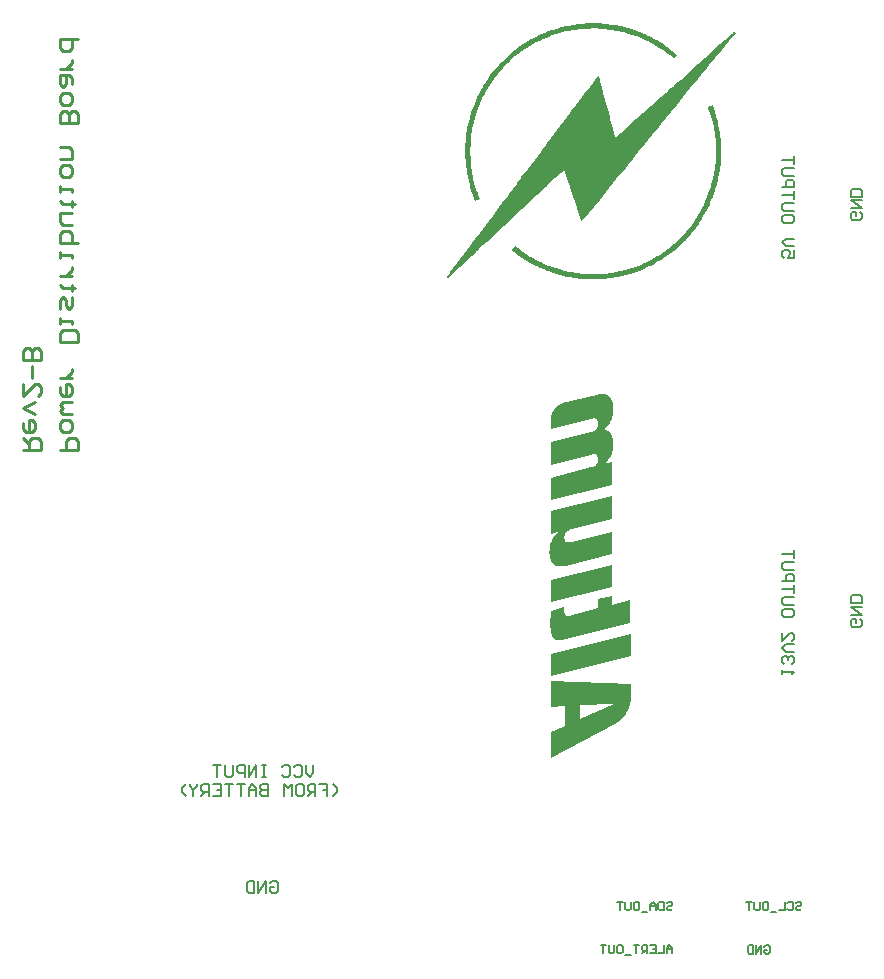
<source format=gbo>
G04*
G04 #@! TF.GenerationSoftware,Altium Limited,Altium Designer,18.1.11 (251)*
G04*
G04 Layer_Color=32896*
%FSLAX25Y25*%
%MOIN*%
G70*
G01*
G75*
%ADD12C,0.00787*%
%ADD13C,0.01000*%
%ADD16C,0.00591*%
%ADD85C,0.00669*%
G36*
X298277Y350330D02*
X298550D01*
X298756D01*
X298824D01*
X298892D01*
X300191Y350261D01*
X301421Y350125D01*
X302583Y349920D01*
X303608Y349783D01*
X304497Y349646D01*
X305112Y349510D01*
X305385Y349441D01*
X305591D01*
X305659Y349373D01*
X305727D01*
X307026Y349099D01*
X308256Y348758D01*
X309418Y348348D01*
X310443Y348006D01*
X311263Y347732D01*
X311947Y347459D01*
X312357Y347322D01*
X312425Y347254D01*
X312494D01*
X313724Y346776D01*
X314886Y346229D01*
X315980Y345682D01*
X316937Y345135D01*
X317757Y344725D01*
X318304Y344383D01*
X318714Y344110D01*
X318850Y344042D01*
X320012Y343358D01*
X321038Y342606D01*
X321994Y341923D01*
X322883Y341239D01*
X323567Y340692D01*
X324113Y340214D01*
X324455Y339941D01*
X324592Y339804D01*
X323567Y338505D01*
X322610Y339325D01*
X321584Y340146D01*
X320696Y340829D01*
X319807Y341444D01*
X319124Y341923D01*
X318509Y342265D01*
X318167Y342538D01*
X318098Y342606D01*
X318030D01*
X315843Y343836D01*
X314818Y344383D01*
X313861Y344862D01*
X313109Y345203D01*
X312494Y345545D01*
X312084Y345682D01*
X312015Y345750D01*
X311947D01*
X310717Y346160D01*
X309555Y346570D01*
X308461Y346912D01*
X307436Y347186D01*
X306616Y347391D01*
X305932Y347527D01*
X305522Y347664D01*
X305454D01*
X305385D01*
X304155Y347937D01*
X302993Y348143D01*
X301831Y348279D01*
X300874Y348416D01*
X299986Y348553D01*
X299302D01*
X299097Y348621D01*
X298892D01*
X298824D01*
X298756D01*
X297457Y348689D01*
X296227D01*
X295065Y348621D01*
X293971D01*
X293151Y348553D01*
X292467Y348484D01*
X292194D01*
X291989Y348416D01*
X291920D01*
X291852D01*
X290622Y348279D01*
X289391Y348074D01*
X288298Y347869D01*
X287273Y347664D01*
X286453Y347459D01*
X285769Y347322D01*
X285359Y347254D01*
X285291Y347186D01*
X285222D01*
X283992Y346776D01*
X282762Y346297D01*
X281668Y345887D01*
X280711Y345477D01*
X279822Y345067D01*
X279207Y344793D01*
X278797Y344588D01*
X278729Y344520D01*
X278661D01*
X277499Y343973D01*
X276405Y343358D01*
X275380Y342743D01*
X274491Y342196D01*
X273739Y341718D01*
X273124Y341376D01*
X272782Y341103D01*
X272646Y341034D01*
X271552Y340214D01*
X270527Y339394D01*
X269570Y338642D01*
X268818Y337890D01*
X268135Y337275D01*
X267588Y336728D01*
X267315Y336455D01*
X267178Y336318D01*
X266289Y335361D01*
X265469Y334404D01*
X264717Y333516D01*
X264034Y332696D01*
X263487Y331944D01*
X263077Y331397D01*
X262803Y331055D01*
X262735Y330918D01*
X261368Y328800D01*
X260821Y327774D01*
X260343Y326886D01*
X259864Y326134D01*
X259591Y325519D01*
X259386Y325109D01*
X259317Y325040D01*
Y324972D01*
X258361Y322716D01*
X257950Y321623D01*
X257677Y320666D01*
X257404Y319846D01*
X257199Y319162D01*
X257130Y318752D01*
X257062Y318684D01*
Y318615D01*
X256720Y317385D01*
X256447Y316223D01*
X256242Y315061D01*
X256037Y314104D01*
X255900Y313216D01*
X255832Y312532D01*
Y312327D01*
X255763Y312122D01*
Y311985D01*
X255695Y310755D01*
X255627Y309525D01*
X255558Y308363D01*
Y306449D01*
X255627Y305766D01*
Y305150D01*
X255695Y303852D01*
X255832Y302622D01*
X256037Y301528D01*
X256173Y300503D01*
X256310Y299614D01*
X256447Y298931D01*
X256515Y298726D01*
X256583Y298520D01*
Y298384D01*
X256925Y297153D01*
X257267Y295991D01*
X257609Y294898D01*
X257950Y293941D01*
X258224Y293053D01*
X258497Y292437D01*
X258634Y292027D01*
X258702Y291959D01*
Y291891D01*
X257130Y291207D01*
X256242Y293668D01*
X255900Y294761D01*
X255558Y295855D01*
X255353Y296675D01*
X255148Y297358D01*
X255080Y297632D01*
Y297837D01*
X255012Y297905D01*
Y297974D01*
X254738Y299272D01*
X254533Y300571D01*
X254328Y301801D01*
X254191Y302895D01*
X254123Y303783D01*
X254055Y304467D01*
X253986Y304740D01*
Y305082D01*
X253918Y305560D01*
X253850Y305971D01*
Y307679D01*
X253918Y309798D01*
X253986Y310755D01*
X254055Y311644D01*
X254123Y312396D01*
X254191Y312942D01*
X254260Y313284D01*
Y313421D01*
X254396Y314514D01*
X254601Y315540D01*
X254806Y316496D01*
X255012Y317317D01*
X255148Y318069D01*
X255285Y318615D01*
X255422Y318957D01*
Y319094D01*
X255832Y320324D01*
X256242Y321554D01*
X256652Y322648D01*
X256994Y323605D01*
X257335Y324494D01*
X257609Y325109D01*
X257814Y325519D01*
X257882Y325587D01*
Y325655D01*
X258497Y326886D01*
X259044Y328048D01*
X259659Y329073D01*
X260206Y330030D01*
X260684Y330782D01*
X261026Y331397D01*
X261300Y331739D01*
X261368Y331875D01*
X262188Y332969D01*
X262940Y333994D01*
X263760Y334951D01*
X264444Y335840D01*
X265059Y336523D01*
X265606Y337001D01*
X265879Y337343D01*
X266016Y337480D01*
X266973Y338437D01*
X267998Y339394D01*
X268886Y340214D01*
X269775Y340966D01*
X270459Y341581D01*
X271074Y341991D01*
X271415Y342333D01*
X271552Y342401D01*
X273876Y343836D01*
X274901Y344452D01*
X275858Y344999D01*
X276678Y345477D01*
X277362Y345819D01*
X277772Y346024D01*
X277840Y346092D01*
X277909D01*
X279139Y346707D01*
X280369Y347186D01*
X281531Y347664D01*
X282557Y348006D01*
X283445Y348279D01*
X284129Y348484D01*
X284402Y348621D01*
X284607D01*
X284675Y348689D01*
X284744D01*
X286042Y349031D01*
X287273Y349305D01*
X288435Y349578D01*
X289460Y349715D01*
X290348Y349851D01*
X291032Y349988D01*
X291305D01*
X291510Y350056D01*
X291579D01*
X291647D01*
X293014Y350193D01*
X294313Y350330D01*
X295475D01*
X296637Y350398D01*
X297525D01*
X298277Y350330D01*
D02*
G37*
G36*
X343730Y347459D02*
X343798Y347391D01*
X343935Y347322D01*
X344003Y347254D01*
X341679Y344315D01*
X339355Y341513D01*
X337168Y338847D01*
X336211Y337685D01*
X335254Y336523D01*
X334366Y335430D01*
X333614Y334473D01*
X332930Y333652D01*
X332315Y332969D01*
X331837Y332354D01*
X331495Y331944D01*
X331290Y331670D01*
X331222Y331602D01*
X328830Y328663D01*
X326506Y325861D01*
X324318Y323195D01*
X323361Y322033D01*
X322405Y320871D01*
X321516Y319777D01*
X320764Y318820D01*
X320081Y318000D01*
X319465Y317317D01*
X318987Y316702D01*
X318645Y316291D01*
X318440Y316018D01*
X318372Y315950D01*
X315980Y313011D01*
X313724Y310140D01*
X312562Y308773D01*
X311537Y307474D01*
X310512Y306244D01*
X309623Y305082D01*
X308735Y304057D01*
X307983Y303100D01*
X307299Y302211D01*
X306684Y301528D01*
X306206Y300913D01*
X305864Y300503D01*
X305659Y300229D01*
X305591Y300161D01*
X303198Y297153D01*
X300874Y294283D01*
X299712Y292916D01*
X298687Y291617D01*
X297662Y290387D01*
X296705Y289225D01*
X295816Y288200D01*
X294996Y287243D01*
X294313Y286354D01*
X293766Y285671D01*
X293287Y285055D01*
X292877Y284645D01*
X292672Y284372D01*
X292604Y284304D01*
X292057Y285876D01*
X291579Y287448D01*
X291100Y288883D01*
X290622Y290182D01*
X290280Y291275D01*
X290143Y291754D01*
X290007Y292096D01*
X289870Y292437D01*
X289802Y292642D01*
X289733Y292779D01*
Y292847D01*
X289187Y294420D01*
X288708Y295991D01*
X288230Y297427D01*
X287751Y298726D01*
X287409Y299819D01*
X287273Y300298D01*
X287136Y300639D01*
X286999Y300981D01*
X286931Y301186D01*
X286863Y301323D01*
Y301391D01*
X285632Y300434D01*
X285017Y299956D01*
X284539Y299546D01*
X284129Y299204D01*
X283855Y298931D01*
X283650Y298726D01*
X283582Y298657D01*
X282557Y297632D01*
X281600Y296743D01*
X281258Y296402D01*
X280984Y296128D01*
X280779Y295923D01*
X280711Y295855D01*
X279276Y294556D01*
X277840Y293257D01*
X276542Y292027D01*
X275380Y290934D01*
X274355Y289977D01*
X273944Y289567D01*
X273603Y289225D01*
X273329Y288951D01*
X273124Y288746D01*
X272988Y288678D01*
X272919Y288610D01*
X271484Y287311D01*
X270117Y286012D01*
X268818Y284782D01*
X267656Y283688D01*
X266631Y282800D01*
X265879Y282048D01*
X265606Y281775D01*
X265401Y281570D01*
X265264Y281501D01*
X265196Y281433D01*
X263760Y280134D01*
X262325Y278836D01*
X261026Y277605D01*
X259864Y276512D01*
X258839Y275623D01*
X258429Y275213D01*
X258087Y274871D01*
X257814Y274598D01*
X257609Y274393D01*
X257472Y274325D01*
X257404Y274256D01*
X255968Y272889D01*
X254601Y271591D01*
X253303Y270360D01*
X252141Y269267D01*
X251115Y268378D01*
X250364Y267626D01*
X250090Y267353D01*
X249885Y267148D01*
X249748Y267079D01*
X249680Y267011D01*
X249407Y266669D01*
X249202Y266328D01*
X248997Y266123D01*
X248928Y265986D01*
X248723Y265781D01*
X248587Y265644D01*
X248245Y265576D01*
X247971D01*
X247903D01*
X247766Y265644D01*
X247698Y265781D01*
X247766Y266054D01*
X247971Y266328D01*
X248040Y266396D01*
X248450Y266806D01*
X248723Y267216D01*
X248860Y267490D01*
X248928Y267558D01*
X251115Y270497D01*
X253303Y273299D01*
X255285Y275965D01*
X256242Y277195D01*
X257062Y278357D01*
X257882Y279382D01*
X258634Y280339D01*
X259249Y281228D01*
X259796Y281911D01*
X260206Y282527D01*
X260548Y282937D01*
X260753Y283210D01*
X260821Y283278D01*
X263008Y286217D01*
X265127Y289020D01*
X266153Y290387D01*
X267109Y291686D01*
X267998Y292916D01*
X268886Y294078D01*
X269707Y295171D01*
X270390Y296128D01*
X271005Y296948D01*
X271552Y297632D01*
X271962Y298247D01*
X272304Y298657D01*
X272509Y298931D01*
X272577Y298999D01*
X274833Y301938D01*
X276952Y304809D01*
X277977Y306176D01*
X279002Y307474D01*
X279891Y308705D01*
X280779Y309867D01*
X281600Y310960D01*
X282283Y311917D01*
X282898Y312737D01*
X283445Y313421D01*
X283924Y314036D01*
X284197Y314446D01*
X284402Y314719D01*
X284470Y314788D01*
X286658Y317727D01*
X288845Y320598D01*
X289870Y321965D01*
X290827Y323263D01*
X291784Y324494D01*
X292672Y325655D01*
X293424Y326681D01*
X294176Y327638D01*
X294791Y328526D01*
X295338Y329210D01*
X295748Y329825D01*
X296090Y330235D01*
X296295Y330508D01*
X296363Y330577D01*
X296705Y330987D01*
X296978Y331329D01*
X297183Y331602D01*
X297252Y331670D01*
X297593Y332149D01*
X297935Y332559D01*
X298209Y332901D01*
X298277Y333037D01*
X298824Y331055D01*
X299302Y329210D01*
X299781Y327432D01*
X300191Y325861D01*
X300396Y325109D01*
X300601Y324494D01*
X300738Y323947D01*
X300874Y323468D01*
X300943Y323127D01*
X301011Y322785D01*
X301079Y322648D01*
Y322580D01*
X301626Y320666D01*
X302105Y318752D01*
X302583Y317043D01*
X302993Y315471D01*
X303198Y314719D01*
X303403Y314104D01*
X303540Y313558D01*
X303677Y313079D01*
X303745Y312737D01*
X303813Y312396D01*
X303882Y312259D01*
Y312191D01*
X305727Y313831D01*
X307573Y315471D01*
X309213Y316975D01*
X310717Y318342D01*
X311400Y318957D01*
X312015Y319504D01*
X312562Y319982D01*
X312972Y320392D01*
X313382Y320734D01*
X313656Y320939D01*
X313792Y321076D01*
X313861Y321144D01*
X315706Y322785D01*
X317483Y324357D01*
X319192Y325861D01*
X320696Y327227D01*
X321379Y327774D01*
X321926Y328321D01*
X322473Y328800D01*
X322951Y329210D01*
X323293Y329551D01*
X323567Y329756D01*
X323703Y329893D01*
X323772Y329961D01*
X325617Y331602D01*
X327394Y333242D01*
X329103Y334746D01*
X330607Y336045D01*
X331290Y336660D01*
X331837Y337207D01*
X332384Y337685D01*
X332862Y338095D01*
X333204Y338437D01*
X333477Y338642D01*
X333614Y338779D01*
X333682Y338847D01*
X335528Y340487D01*
X337236Y341991D01*
X338877Y343495D01*
X340381Y344793D01*
X341064Y345409D01*
X341679Y345887D01*
X342158Y346365D01*
X342636Y346776D01*
X342978Y347117D01*
X343251Y347322D01*
X343388Y347459D01*
X343456Y347527D01*
X343730Y347459D01*
D02*
G37*
G36*
X337168Y320666D02*
X337510Y319572D01*
X337783Y318547D01*
X337988Y317658D01*
X338125Y316975D01*
X338193Y316702D01*
X338262Y316496D01*
Y316360D01*
X338535Y315061D01*
X338740Y313831D01*
X338877Y312669D01*
X339014Y311644D01*
X339082Y310755D01*
X339150Y310140D01*
Y309525D01*
X339219Y308226D01*
Y306996D01*
X339150Y305766D01*
X339082Y304740D01*
X339014Y303852D01*
X338945Y303168D01*
Y302895D01*
X338877Y302690D01*
Y302553D01*
X338672Y301255D01*
X338467Y300093D01*
X338262Y298931D01*
X338057Y297905D01*
X337852Y297085D01*
X337647Y296402D01*
X337578Y295991D01*
X337510Y295923D01*
Y295855D01*
X337100Y294624D01*
X336758Y293394D01*
X336280Y292301D01*
X335938Y291344D01*
X335596Y290455D01*
X335323Y289840D01*
X335118Y289430D01*
X335049Y289362D01*
Y289293D01*
X334503Y288131D01*
X333887Y287038D01*
X333272Y286012D01*
X332725Y285124D01*
X332247Y284372D01*
X331905Y283757D01*
X331632Y283415D01*
X331563Y283278D01*
X330743Y282253D01*
X329923Y281228D01*
X329171Y280271D01*
X328419Y279451D01*
X327804Y278767D01*
X327326Y278289D01*
X327052Y277947D01*
X326916Y277810D01*
X325959Y276853D01*
X325002Y275965D01*
X324113Y275213D01*
X323293Y274461D01*
X322541Y273915D01*
X321926Y273436D01*
X321584Y273163D01*
X321516Y273094D01*
X321448D01*
X320286Y272342D01*
X319192Y271591D01*
X318167Y270975D01*
X317210Y270429D01*
X316390Y269950D01*
X315775Y269608D01*
X315365Y269403D01*
X315296Y269335D01*
X315228D01*
X312836Y268241D01*
X311742Y267831D01*
X310717Y267421D01*
X309828Y267148D01*
X309213Y266943D01*
X308940Y266874D01*
X308735Y266806D01*
X308666Y266738D01*
X308598D01*
X307299Y266396D01*
X306069Y266123D01*
X304907Y265917D01*
X303882Y265712D01*
X302993Y265576D01*
X302310Y265439D01*
X302036D01*
X301831Y265371D01*
X301763D01*
X301694D01*
X300396Y265234D01*
X299166Y265166D01*
X298004Y265097D01*
X296978D01*
X296090D01*
X295406D01*
X295133D01*
X294928D01*
X294860D01*
X294791D01*
X293493Y265166D01*
X292194Y265234D01*
X291032Y265371D01*
X290007Y265507D01*
X289118Y265644D01*
X288503Y265712D01*
X288230Y265781D01*
X288024Y265849D01*
X287956D01*
X287888D01*
X286658Y266123D01*
X285427Y266464D01*
X284334Y266806D01*
X283308Y267148D01*
X282488Y267421D01*
X281805Y267695D01*
X281395Y267831D01*
X281326Y267900D01*
X281258D01*
X280028Y268378D01*
X278866Y268857D01*
X277840Y269403D01*
X276884Y269813D01*
X276063Y270224D01*
X275517Y270565D01*
X275106Y270770D01*
X275038Y270839D01*
X274970D01*
X273876Y271522D01*
X272782Y272206D01*
X271826Y272889D01*
X271005Y273504D01*
X270253Y274051D01*
X269707Y274461D01*
X269365Y274803D01*
X269228Y274871D01*
X270322Y276170D01*
X271279Y275418D01*
X272304Y274666D01*
X273193Y274051D01*
X274081Y273436D01*
X274765Y273026D01*
X275380Y272616D01*
X275722Y272411D01*
X275858Y272342D01*
X278045Y271181D01*
X279071Y270634D01*
X280028Y270224D01*
X280779Y269882D01*
X281395Y269608D01*
X281805Y269472D01*
X281941Y269403D01*
X284265Y268652D01*
X285291Y268310D01*
X286247Y268036D01*
X287068Y267831D01*
X287751Y267695D01*
X288161Y267558D01*
X288230D01*
X288298D01*
X289528Y267353D01*
X290690Y267148D01*
X291784Y267011D01*
X292809Y266943D01*
X293629Y266806D01*
X294244D01*
X294654Y266738D01*
X294723D01*
X294791D01*
X296090D01*
X297252D01*
X298414D01*
X299439Y266806D01*
X300259Y266874D01*
X300943Y266943D01*
X301353Y267011D01*
X301421D01*
X301489D01*
X302720Y267216D01*
X303950Y267421D01*
X305044Y267626D01*
X306069Y267831D01*
X306889Y268036D01*
X307573Y268241D01*
X307983Y268310D01*
X308051Y268378D01*
X308119D01*
X309350Y268788D01*
X310443Y269198D01*
X311537Y269608D01*
X312494Y269950D01*
X313314Y270292D01*
X313929Y270565D01*
X314339Y270770D01*
X314476Y270839D01*
X315638Y271454D01*
X316732Y272069D01*
X317757Y272684D01*
X318645Y273231D01*
X319397Y273709D01*
X320012Y274051D01*
X320354Y274325D01*
X320491Y274393D01*
X321516Y275213D01*
X322473Y276033D01*
X323361Y276785D01*
X324113Y277469D01*
X324797Y278084D01*
X325275Y278562D01*
X325549Y278836D01*
X325685Y278972D01*
X326574Y279929D01*
X327463Y280818D01*
X328214Y281706D01*
X328898Y282527D01*
X329445Y283210D01*
X329855Y283757D01*
X330128Y284099D01*
X330196Y284235D01*
X331495Y286354D01*
X332042Y287311D01*
X332520Y288200D01*
X332930Y288951D01*
X333204Y289567D01*
X333409Y289908D01*
X333477Y290045D01*
X334434Y292301D01*
X334844Y293326D01*
X335186Y294351D01*
X335459Y295171D01*
X335733Y295786D01*
X335801Y296197D01*
X335870Y296265D01*
Y296333D01*
X336485Y298657D01*
X336690Y299751D01*
X336895Y300708D01*
X337032Y301528D01*
X337100Y302211D01*
X337168Y302622D01*
Y302758D01*
X337305Y303989D01*
X337373Y305150D01*
X337442Y306312D01*
X337510Y307338D01*
Y309388D01*
X337442Y310618D01*
X337305Y311849D01*
X337168Y312942D01*
X336963Y313968D01*
X336826Y314788D01*
X336758Y315471D01*
X336621Y315881D01*
Y316018D01*
X336348Y317248D01*
X336006Y318410D01*
X335733Y319504D01*
X335391Y320461D01*
X335118Y321281D01*
X334913Y321896D01*
X334776Y322306D01*
X334708Y322443D01*
X336348Y323127D01*
X337168Y320666D01*
D02*
G37*
G36*
X300376Y226758D02*
X300395D01*
X300433D01*
X300490Y226739D01*
X300567Y226719D01*
X300758Y226662D01*
X301007Y226586D01*
X301275Y226471D01*
X301561Y226318D01*
X301849Y226127D01*
X302097Y225878D01*
X302116Y225839D01*
X302193Y225744D01*
X302289Y225591D01*
X302422Y225380D01*
X302556Y225113D01*
X302690Y224806D01*
X302824Y224481D01*
X302939Y224099D01*
Y224080D01*
X302958Y224060D01*
Y224003D01*
X302977Y223926D01*
X302996Y223812D01*
X303015Y223697D01*
X303073Y223410D01*
X303130Y223066D01*
X303169Y222664D01*
X303188Y222224D01*
X303207Y221746D01*
Y221401D01*
X303188Y221172D01*
X303169Y220904D01*
X303130Y220598D01*
X303015Y219948D01*
Y219909D01*
X302977Y219794D01*
X302939Y219622D01*
X302882Y219412D01*
X302805Y219144D01*
X302729Y218857D01*
X302614Y218551D01*
X302499Y218226D01*
Y218207D01*
X302480Y218187D01*
X302442Y218073D01*
X302365Y217901D01*
X302250Y217671D01*
X302116Y217403D01*
X301944Y217116D01*
X301753Y216810D01*
X301542Y216504D01*
X301523Y216466D01*
X301428Y216370D01*
X301313Y216217D01*
X301141Y216026D01*
X300930Y215796D01*
X300682Y215567D01*
X300395Y215299D01*
X300089Y215050D01*
X300127D01*
X300222Y215012D01*
X300356Y214974D01*
X300548Y214916D01*
X300758Y214840D01*
X300988Y214763D01*
X301447Y214534D01*
X301466Y214515D01*
X301542Y214476D01*
X301657Y214400D01*
X301791Y214285D01*
X301944Y214151D01*
X302116Y213998D01*
X302289Y213807D01*
X302442Y213596D01*
X302461Y213577D01*
X302499Y213481D01*
X302575Y213367D01*
X302652Y213195D01*
X302748Y212965D01*
X302843Y212716D01*
X302939Y212429D01*
X303015Y212104D01*
Y212066D01*
X303054Y211951D01*
X303073Y211760D01*
X303111Y211511D01*
X303149Y211205D01*
X303169Y210861D01*
X303207Y210459D01*
Y209809D01*
X303188Y209675D01*
Y209483D01*
X303169Y209273D01*
X303149Y209043D01*
X303111Y208776D01*
X303015Y208202D01*
X302882Y207590D01*
X302690Y206939D01*
X302442Y206327D01*
Y206308D01*
X302403Y206250D01*
X302365Y206174D01*
X302308Y206059D01*
X302231Y205925D01*
X302135Y205753D01*
X302021Y205581D01*
X301887Y205370D01*
X301561Y204949D01*
X301179Y204471D01*
X300720Y204012D01*
X300184Y203553D01*
Y203477D01*
X302633Y204070D01*
Y196456D01*
X282451Y191405D01*
Y198924D01*
X295784Y202291D01*
X295803D01*
X295842Y202310D01*
X295899Y202329D01*
X295976Y202348D01*
X296205Y202424D01*
X296454Y202539D01*
X296760Y202673D01*
X297047Y202845D01*
X297334Y203056D01*
X297583Y203304D01*
X297602Y203343D01*
X297678Y203438D01*
X297774Y203591D01*
X297889Y203802D01*
X297984Y204050D01*
X298080Y204357D01*
X298156Y204701D01*
X298176Y205083D01*
Y205256D01*
X298137Y205447D01*
X298099Y205677D01*
X298023Y205925D01*
X297927Y206174D01*
X297774Y206384D01*
X297583Y206557D01*
X297563Y206576D01*
X297468Y206614D01*
X297334Y206652D01*
X297123Y206710D01*
X296875Y206729D01*
X296550D01*
X296186Y206690D01*
X295746Y206595D01*
X282451Y203266D01*
Y210784D01*
X295784Y214132D01*
X295803D01*
X295842Y214151D01*
X295899Y214170D01*
X295976Y214189D01*
X296205Y214266D01*
X296454Y214381D01*
X296760Y214534D01*
X297047Y214706D01*
X297334Y214916D01*
X297583Y215165D01*
X297602Y215203D01*
X297678Y215299D01*
X297774Y215452D01*
X297889Y215662D01*
X297984Y215930D01*
X298080Y216236D01*
X298156Y216600D01*
X298176Y217002D01*
Y217174D01*
X298137Y217365D01*
X298099Y217595D01*
X298023Y217843D01*
X297927Y218092D01*
X297774Y218302D01*
X297583Y218475D01*
X297563Y218494D01*
X297468Y218532D01*
X297334Y218570D01*
X297143Y218628D01*
X296875Y218647D01*
X296569D01*
X296205Y218608D01*
X295784Y218513D01*
X282451Y215184D01*
Y218685D01*
X282470Y218819D01*
X282489Y218972D01*
X282508Y219163D01*
X282546Y219354D01*
X282585Y219584D01*
X282699Y220081D01*
X282891Y220636D01*
X283005Y220923D01*
X283139Y221210D01*
X283312Y221478D01*
X283484Y221765D01*
X283503Y221784D01*
X283541Y221822D01*
X283598Y221899D01*
X283675Y222013D01*
X283771Y222128D01*
X283905Y222262D01*
X284038Y222415D01*
X284211Y222568D01*
X284593Y222874D01*
X285033Y223200D01*
X285550Y223467D01*
X285837Y223563D01*
X286124Y223659D01*
X297678Y226547D01*
X297697D01*
X297755Y226566D01*
X297831Y226586D01*
X297946Y226605D01*
X298080Y226624D01*
X298233Y226662D01*
X298616Y226719D01*
X299036Y226777D01*
X299496Y226796D01*
X299936D01*
X300376Y226758D01*
D02*
G37*
G36*
X302633Y185207D02*
X289299Y181841D01*
X289280D01*
X289242Y181821D01*
X289184Y181802D01*
X289108Y181783D01*
X288878Y181707D01*
X288611Y181611D01*
X288304Y181477D01*
X288018Y181286D01*
X287711Y181075D01*
X287463Y180827D01*
X287444Y180788D01*
X287367Y180693D01*
X287271Y180540D01*
X287176Y180329D01*
X287061Y180080D01*
X286965Y179774D01*
X286889Y179411D01*
X286870Y179028D01*
Y178933D01*
X286889Y178856D01*
X286908Y178684D01*
X286946Y178454D01*
X287023Y178225D01*
X287118Y177976D01*
X287271Y177766D01*
X287463Y177594D01*
X287501Y177575D01*
X287578Y177536D01*
X287731Y177498D01*
X287922Y177441D01*
X288190Y177421D01*
X288496Y177402D01*
X288878Y177441D01*
X289299Y177536D01*
X302633Y180884D01*
Y173347D01*
X287348Y169521D01*
X287329D01*
X287271Y169502D01*
X287195Y169483D01*
X287080Y169463D01*
X286946Y169444D01*
X286793Y169406D01*
X286430Y169368D01*
X286009Y169310D01*
X285550Y169291D01*
X285110D01*
X284689Y169330D01*
X284670D01*
X284651Y169349D01*
X284593D01*
X284517Y169368D01*
X284325Y169425D01*
X284077Y169521D01*
X283828Y169655D01*
X283560Y169808D01*
X283292Y170018D01*
X283063Y170286D01*
X283044Y170324D01*
X282967Y170401D01*
X282852Y170554D01*
X282738Y170764D01*
X282585Y170994D01*
X282451Y171281D01*
X282317Y171606D01*
X282202Y171969D01*
Y171989D01*
X282183Y172008D01*
Y172065D01*
X282164Y172142D01*
X282145Y172237D01*
X282106Y172352D01*
X282068Y172639D01*
X282011Y172964D01*
X281972Y173366D01*
X281934Y173806D01*
Y174476D01*
X281953Y174628D01*
Y174801D01*
X281972Y175011D01*
X281992Y175260D01*
X282030Y175508D01*
X282106Y176063D01*
X282240Y176675D01*
X282412Y177307D01*
X282661Y177919D01*
Y177938D01*
X282699Y177995D01*
X282738Y178072D01*
X282795Y178187D01*
X282872Y178321D01*
X282967Y178493D01*
X283082Y178665D01*
X283216Y178856D01*
X283522Y179296D01*
X283905Y179755D01*
X284345Y180215D01*
X284861Y180654D01*
Y180769D01*
X282432Y180176D01*
Y187675D01*
X302633Y192745D01*
Y185207D01*
D02*
G37*
G36*
Y162366D02*
X282432Y157335D01*
Y164853D01*
X302633Y169922D01*
Y162366D01*
D02*
G37*
G36*
Y156455D02*
X308831Y158062D01*
Y150525D01*
X287329Y145092D01*
X287310D01*
X287252Y145073D01*
X287176Y145054D01*
X287061Y145034D01*
X286908Y144996D01*
X286755Y144958D01*
X286372Y144901D01*
X285951Y144824D01*
X285492Y144786D01*
X285052Y144767D01*
X284631Y144786D01*
X284612D01*
X284593D01*
X284536Y144805D01*
X284459Y144824D01*
X284287Y144862D01*
X284058Y144939D01*
X283809Y145054D01*
X283560Y145187D01*
X283331Y145379D01*
X283120Y145608D01*
X283101Y145647D01*
X283044Y145723D01*
X282967Y145857D01*
X282872Y146067D01*
X282757Y146316D01*
X282642Y146603D01*
X282527Y146967D01*
X282432Y147368D01*
Y147426D01*
X282412Y147483D01*
X282393Y147579D01*
X282374Y147694D01*
X282355Y147827D01*
X282336Y148000D01*
X282317Y148172D01*
X282298Y148382D01*
X282278Y148593D01*
X282259Y149090D01*
X282240Y149664D01*
Y150907D01*
X282259Y151213D01*
Y151921D01*
X282278Y152323D01*
Y152514D01*
X282298Y152610D01*
Y152725D01*
X282317Y153012D01*
X282336Y153337D01*
X282355Y153719D01*
X282393Y154121D01*
X282432Y154542D01*
X286908Y155671D01*
Y154255D01*
X286927Y154083D01*
X286946Y153892D01*
X286984Y153681D01*
X287042Y153452D01*
X287138Y153260D01*
X287271Y153088D01*
X287291Y153069D01*
X287348Y153031D01*
X287444Y152973D01*
X287578Y152935D01*
X287750Y152878D01*
X287941Y152859D01*
X288190Y152878D01*
X288477Y152935D01*
X298118Y155326D01*
Y158464D01*
X302633Y159592D01*
Y156455D01*
D02*
G37*
G36*
X309099Y139429D02*
X282432Y132715D01*
Y140252D01*
X309099Y146947D01*
Y139429D01*
D02*
G37*
G36*
Y130132D02*
Y125522D01*
X309080Y125407D01*
Y125292D01*
X309061Y125139D01*
X309041Y124967D01*
X309022Y124776D01*
X308965Y124374D01*
X308888Y123915D01*
X308793Y123437D01*
X308659Y122958D01*
Y122939D01*
X308640Y122901D01*
X308621Y122825D01*
X308582Y122748D01*
X308544Y122633D01*
X308487Y122499D01*
X308372Y122174D01*
X308219Y121811D01*
X308028Y121409D01*
X307817Y120988D01*
X307568Y120567D01*
Y120548D01*
X307530Y120510D01*
X307492Y120452D01*
X307454Y120376D01*
X307301Y120165D01*
X307109Y119898D01*
X306861Y119591D01*
X306593Y119247D01*
X306267Y118884D01*
X305923Y118539D01*
X305904Y118520D01*
X305885Y118501D01*
X305827Y118444D01*
X305751Y118386D01*
X305560Y118214D01*
X305311Y118004D01*
X304986Y117755D01*
X304642Y117487D01*
X304240Y117219D01*
X303800Y116952D01*
X282432Y105493D01*
X282451Y114159D01*
X287061Y116206D01*
Y122691D01*
X282432Y122442D01*
Y131146D01*
X309099Y130132D01*
D02*
G37*
%LPC*%
G36*
X303283Y123609D02*
X292169Y122977D01*
Y118463D01*
X303283Y123609D01*
D02*
G37*
%LPD*%
D12*
X385563Y287368D02*
X386219Y286712D01*
Y285400D01*
X385563Y284744D01*
X382939D01*
X382283Y285400D01*
Y286712D01*
X382939Y287368D01*
X384251D01*
Y286056D01*
X382283Y288680D02*
X386219D01*
X382283Y291304D01*
X386219D01*
Y292616D02*
X382283D01*
Y294583D01*
X382939Y295239D01*
X385563D01*
X386219Y294583D01*
Y292616D01*
X363385Y274671D02*
Y272047D01*
X361417D01*
X362073Y273359D01*
Y274015D01*
X361417Y274671D01*
X360105D01*
X359449Y274015D01*
Y272703D01*
X360105Y272047D01*
X363385Y275983D02*
X360761D01*
X359449Y277295D01*
X360761Y278607D01*
X363385D01*
Y285822D02*
Y284510D01*
X362729Y283855D01*
X360105D01*
X359449Y284510D01*
Y285822D01*
X360105Y286478D01*
X362729D01*
X363385Y285822D01*
Y287790D02*
X360105D01*
X359449Y288446D01*
Y289758D01*
X360105Y290414D01*
X363385D01*
Y291726D02*
Y294350D01*
Y293038D01*
X359449D01*
Y295662D02*
X363385D01*
Y297630D01*
X362729Y298286D01*
X361417D01*
X360761Y297630D01*
Y295662D01*
X363385Y299597D02*
X360105D01*
X359449Y300253D01*
Y301565D01*
X360105Y302221D01*
X363385D01*
Y303533D02*
Y306157D01*
Y304845D01*
X359449D01*
X385563Y151836D02*
X386219Y151181D01*
Y149869D01*
X385563Y149213D01*
X382939D01*
X382283Y149869D01*
Y151181D01*
X382939Y151836D01*
X384251D01*
Y150524D01*
X382283Y153148D02*
X386219D01*
X382283Y155772D01*
X386219D01*
Y157084D02*
X382283D01*
Y159052D01*
X382939Y159708D01*
X385563D01*
X386219Y159052D01*
Y157084D01*
X359449Y133465D02*
Y134776D01*
Y134121D01*
X363385D01*
X362729Y133465D01*
Y136744D02*
X363385Y137400D01*
Y138712D01*
X362729Y139368D01*
X362073D01*
X361417Y138712D01*
Y138056D01*
Y138712D01*
X360761Y139368D01*
X360105D01*
X359449Y138712D01*
Y137400D01*
X360105Y136744D01*
X363385Y140680D02*
X360761D01*
X359449Y141992D01*
X360761Y143304D01*
X363385D01*
X359449Y147240D02*
Y144616D01*
X362073Y147240D01*
X362729D01*
X363385Y146584D01*
Y145272D01*
X362729Y144616D01*
X363385Y154455D02*
Y153143D01*
X362729Y152487D01*
X360105D01*
X359449Y153143D01*
Y154455D01*
X360105Y155111D01*
X362729D01*
X363385Y154455D01*
Y156423D02*
X360105D01*
X359449Y157079D01*
Y158391D01*
X360105Y159047D01*
X363385D01*
Y160359D02*
Y162983D01*
Y161671D01*
X359449D01*
Y164295D02*
X363385D01*
Y166262D01*
X362729Y166918D01*
X361417D01*
X360761Y166262D01*
Y164295D01*
X363385Y168230D02*
X360105D01*
X359449Y168886D01*
Y170198D01*
X360105Y170854D01*
X363385D01*
Y172166D02*
Y174790D01*
Y173478D01*
X359449D01*
D13*
X106299Y208268D02*
X112297D01*
Y211267D01*
X111298Y212266D01*
X109298D01*
X108299Y211267D01*
Y208268D01*
Y210267D02*
X106299Y212266D01*
Y217265D02*
Y215265D01*
X107299Y214266D01*
X109298D01*
X110298Y215265D01*
Y217265D01*
X109298Y218265D01*
X108299D01*
Y214266D01*
X110298Y220264D02*
X106299Y222263D01*
X110298Y224263D01*
X106299Y230261D02*
Y226262D01*
X110298Y230261D01*
X111298D01*
X112297Y229261D01*
Y227262D01*
X111298Y226262D01*
X109298Y232260D02*
Y236259D01*
X112297Y238258D02*
X106299D01*
Y241257D01*
X107299Y242257D01*
X108299D01*
X109298Y241257D01*
Y238258D01*
Y241257D01*
X110298Y242257D01*
X111298D01*
X112297Y241257D01*
Y238258D01*
X118898Y208268D02*
X124896D01*
Y211267D01*
X123896Y212266D01*
X121897D01*
X120897Y211267D01*
Y208268D01*
X118898Y215265D02*
Y217265D01*
X119897Y218265D01*
X121897D01*
X122896Y217265D01*
Y215265D01*
X121897Y214266D01*
X119897D01*
X118898Y215265D01*
X122896Y220264D02*
X119897D01*
X118898Y221264D01*
X119897Y222263D01*
X118898Y223263D01*
X119897Y224263D01*
X122896D01*
X118898Y229261D02*
Y227262D01*
X119897Y226262D01*
X121897D01*
X122896Y227262D01*
Y229261D01*
X121897Y230261D01*
X120897D01*
Y226262D01*
X122896Y232260D02*
X118898D01*
X120897D01*
X121897Y233260D01*
X122896Y234259D01*
Y235259D01*
X124896Y244256D02*
X118898D01*
Y247255D01*
X119897Y248255D01*
X123896D01*
X124896Y247255D01*
Y244256D01*
X118898Y250254D02*
Y252254D01*
Y251254D01*
X122896D01*
Y250254D01*
X118898Y255253D02*
Y258252D01*
X119897Y259251D01*
X120897Y258252D01*
Y256252D01*
X121897Y255253D01*
X122896Y256252D01*
Y259251D01*
X123896Y262250D02*
X122896D01*
Y261251D01*
Y263250D01*
Y262250D01*
X119897D01*
X118898Y263250D01*
X122896Y266249D02*
X118898D01*
X120897D01*
X121897Y267249D01*
X122896Y268248D01*
Y269248D01*
X118898Y272247D02*
Y274246D01*
Y273247D01*
X122896D01*
Y272247D01*
X124896Y277245D02*
X118898D01*
Y280244D01*
X119897Y281244D01*
X120897D01*
X121897D01*
X122896Y280244D01*
Y277245D01*
Y283243D02*
X119897D01*
X118898Y284243D01*
Y287242D01*
X122896D01*
X123896Y290241D02*
X122896D01*
Y289242D01*
Y291241D01*
Y290241D01*
X119897D01*
X118898Y291241D01*
Y294240D02*
Y296239D01*
Y295240D01*
X122896D01*
Y294240D01*
X118898Y300238D02*
Y302237D01*
X119897Y303237D01*
X121897D01*
X122896Y302237D01*
Y300238D01*
X121897Y299238D01*
X119897D01*
X118898Y300238D01*
Y305236D02*
X122896D01*
Y308235D01*
X121897Y309235D01*
X118898D01*
X124896Y317232D02*
X118898D01*
Y320232D01*
X119897Y321231D01*
X120897D01*
X121897Y320232D01*
Y317232D01*
Y320232D01*
X122896Y321231D01*
X123896D01*
X124896Y320232D01*
Y317232D01*
X118898Y324230D02*
Y326230D01*
X119897Y327229D01*
X121897D01*
X122896Y326230D01*
Y324230D01*
X121897Y323231D01*
X119897D01*
X118898Y324230D01*
X122896Y330228D02*
Y332228D01*
X121897Y333227D01*
X118898D01*
Y330228D01*
X119897Y329229D01*
X120897Y330228D01*
Y333227D01*
X122896Y335227D02*
X118898D01*
X120897D01*
X121897Y336226D01*
X122896Y337226D01*
Y338226D01*
X124896Y345223D02*
X118898D01*
Y342224D01*
X119897Y341225D01*
X121897D01*
X122896Y342224D01*
Y345223D01*
D16*
X322835Y40317D02*
Y42154D01*
X321916Y43072D01*
X320998Y42154D01*
Y40317D01*
Y41695D01*
X322835D01*
X320080Y43072D02*
Y40317D01*
X318243D01*
X315488Y43072D02*
X317325D01*
Y40317D01*
X315488D01*
X317325Y41695D02*
X316406D01*
X314570Y40317D02*
Y43072D01*
X313192D01*
X312733Y42613D01*
Y41695D01*
X313192Y41235D01*
X314570D01*
X313651D02*
X312733Y40317D01*
X311815Y43072D02*
X309978D01*
X310896D01*
Y40317D01*
X309060Y39858D02*
X307223D01*
X304927Y43072D02*
X305845D01*
X306305Y42613D01*
Y40776D01*
X305845Y40317D01*
X304927D01*
X304468Y40776D01*
Y42613D01*
X304927Y43072D01*
X303550D02*
Y40776D01*
X303090Y40317D01*
X302172D01*
X301713Y40776D01*
Y43072D01*
X300795D02*
X298958D01*
X299876D01*
Y40317D01*
X353486Y42528D02*
X353945Y42987D01*
X354864D01*
X355323Y42528D01*
Y40692D01*
X354864Y40232D01*
X353945D01*
X353486Y40692D01*
Y41610D01*
X354404D01*
X352568Y40232D02*
Y42987D01*
X350731Y40232D01*
Y42987D01*
X349813D02*
Y40232D01*
X348435D01*
X347976Y40692D01*
Y42528D01*
X348435Y42987D01*
X349813D01*
X364029Y56985D02*
X364488Y57444D01*
X365406D01*
X365866Y56985D01*
Y56526D01*
X365406Y56067D01*
X364488D01*
X364029Y55607D01*
Y55148D01*
X364488Y54689D01*
X365406D01*
X365866Y55148D01*
X361274Y56985D02*
X361733Y57444D01*
X362651D01*
X363111Y56985D01*
Y55148D01*
X362651Y54689D01*
X361733D01*
X361274Y55148D01*
X360356Y57444D02*
Y54689D01*
X358519D01*
X357601Y54230D02*
X355764D01*
X353468Y57444D02*
X354386D01*
X354846Y56985D01*
Y55148D01*
X354386Y54689D01*
X353468D01*
X353009Y55148D01*
Y56985D01*
X353468Y57444D01*
X352091D02*
Y55148D01*
X351631Y54689D01*
X350713D01*
X350254Y55148D01*
Y57444D01*
X349336D02*
X347499D01*
X348417D01*
Y54689D01*
X320998Y56985D02*
X321457Y57444D01*
X322375D01*
X322835Y56985D01*
Y56526D01*
X322375Y56067D01*
X321457D01*
X320998Y55607D01*
Y55148D01*
X321457Y54689D01*
X322375D01*
X322835Y55148D01*
X320080Y57444D02*
Y54689D01*
X318702D01*
X318243Y55148D01*
Y56985D01*
X318702Y57444D01*
X320080D01*
X317325Y54689D02*
Y56526D01*
X316406Y57444D01*
X315488Y56526D01*
Y54689D01*
Y56067D01*
X317325D01*
X314570Y54230D02*
X312733D01*
X310437Y57444D02*
X311355D01*
X311815Y56985D01*
Y55148D01*
X311355Y54689D01*
X310437D01*
X309978Y55148D01*
Y56985D01*
X310437Y57444D01*
X309060D02*
Y55148D01*
X308600Y54689D01*
X307682D01*
X307223Y55148D01*
Y57444D01*
X306305D02*
X304468D01*
X305386D01*
Y54689D01*
D85*
X188833Y63846D02*
X189489Y64502D01*
X190801D01*
X191457Y63846D01*
Y61222D01*
X190801Y60567D01*
X189489D01*
X188833Y61222D01*
Y62534D01*
X190145D01*
X187521Y60567D02*
Y64502D01*
X184897Y60567D01*
Y64502D01*
X183585D02*
Y60567D01*
X181617D01*
X180961Y61222D01*
Y63846D01*
X181617Y64502D01*
X183585D01*
X203270Y103060D02*
Y100436D01*
X201958Y99124D01*
X200646Y100436D01*
Y103060D01*
X196711Y102404D02*
X197367Y103060D01*
X198679D01*
X199335Y102404D01*
Y99780D01*
X198679Y99124D01*
X197367D01*
X196711Y99780D01*
X192775Y102404D02*
X193431Y103060D01*
X194743D01*
X195399Y102404D01*
Y99780D01*
X194743Y99124D01*
X193431D01*
X192775Y99780D01*
X187527Y103060D02*
X186215D01*
X186871D01*
Y99124D01*
X187527D01*
X186215D01*
X184248D02*
Y103060D01*
X181624Y99124D01*
Y103060D01*
X180312Y99124D02*
Y103060D01*
X178344D01*
X177688Y102404D01*
Y101092D01*
X178344Y100436D01*
X180312D01*
X176376Y103060D02*
Y99780D01*
X175720Y99124D01*
X174408D01*
X173752Y99780D01*
Y103060D01*
X172440D02*
X169817D01*
X171128D01*
Y99124D01*
X209830Y92795D02*
X211142Y94107D01*
Y95419D01*
X209830Y96731D01*
X205238D02*
X207862D01*
Y94763D01*
X206550D01*
X207862D01*
Y92795D01*
X203926D02*
Y96731D01*
X201958D01*
X201302Y96075D01*
Y94763D01*
X201958Y94107D01*
X203926D01*
X202614D02*
X201302Y92795D01*
X198023Y96731D02*
X199335D01*
X199990Y96075D01*
Y93451D01*
X199335Y92795D01*
X198023D01*
X197367Y93451D01*
Y96075D01*
X198023Y96731D01*
X196055Y92795D02*
Y96731D01*
X194743Y95419D01*
X193431Y96731D01*
Y92795D01*
X188183Y96731D02*
Y92795D01*
X186215D01*
X185559Y93451D01*
Y94107D01*
X186215Y94763D01*
X188183D01*
X186215D01*
X185559Y95419D01*
Y96075D01*
X186215Y96731D01*
X188183D01*
X184248Y92795D02*
Y95419D01*
X182936Y96731D01*
X181624Y95419D01*
Y92795D01*
Y94763D01*
X184248D01*
X180312Y96731D02*
X177688D01*
X179000D01*
Y92795D01*
X176376Y96731D02*
X173752D01*
X175064D01*
Y92795D01*
X169817Y96731D02*
X172440D01*
Y92795D01*
X169817D01*
X172440Y94763D02*
X171128D01*
X168505Y92795D02*
Y96731D01*
X166537D01*
X165881Y96075D01*
Y94763D01*
X166537Y94107D01*
X168505D01*
X167193D02*
X165881Y92795D01*
X164569Y96731D02*
Y96075D01*
X163257Y94763D01*
X161945Y96075D01*
Y96731D01*
X163257Y94763D02*
Y92795D01*
X160633D02*
X159321Y94107D01*
Y95419D01*
X160633Y96731D01*
M02*

</source>
